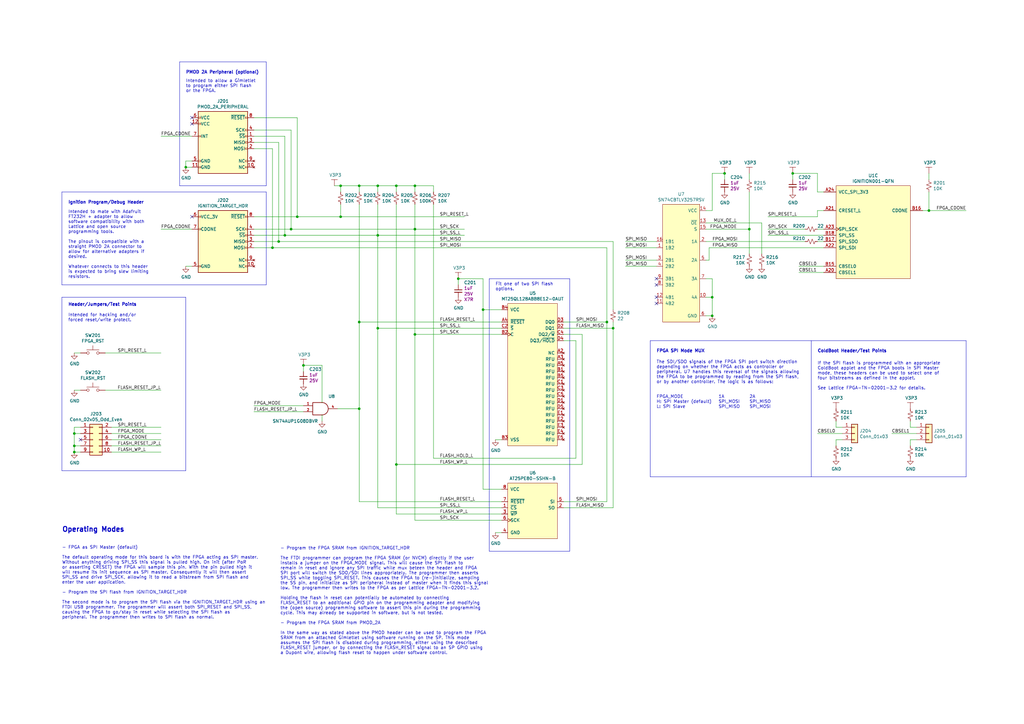
<source format=kicad_sch>
(kicad_sch (version 20230121) (generator eeschema)
  (paper "A3")
  (title_block (title "Programming & Configuration") (date "2021-07-21") (rev "2"))
  (lib_symbols
    (symbol "Ignition:AT25PE80-SSHN-B" (pin_names (offset 1.016))
      (property "Reference" "U" (at 0 12.7 0))
      (property "Value" "AT25PE80-SSHN-B" (at 0 -15.24 0))
      (symbol "AT25PE80-SSHN-B_1_1"
        (pin input line (at -12.7 0 0) (length 2.54) (name "~{CS}") (number "1"))
        (pin output line (at 12.7 0 180) (length 2.54) (name "SO") (number "2"))
        (pin input line (at -12.7 -2.54 0) (length 2.54) (name "~{WP}") (number "3"))
        (pin power_in line (at -12.7 -10.16 0) (length 2.54) (name "GND") (number "4"))
        (pin input line (at 12.7 2.54 180) (length 2.54) (name "SI") (number "5"))
        (pin input clock (at -12.7 -5.08 0) (length 2.54) (name "SCK") (number "6"))
        (pin input line (at -12.7 2.54 0) (length 2.54) (name "~{RESET}") (number "7"))
        (pin power_in line (at -12.7 7.62 0) (length 2.54) (name "VCC") (number "8"))
      )
    )
    (symbol "Ignition:GCM188R71E105KA64D" (pin_numbers hide) (pin_names (offset 0.254) hide)
      (property "Reference" "C" (at 0.254 1.778 0))
      (property "Capacitance" "1uF" (at 0 -5.08 0))
      (property "VDC" "25V" (at 0 0 0))
      (property "Coefficient" "X7R" (at 0 -7.62 0))
      (symbol "GCM188R71E105KA64D_1_1"
        (pin passive line (at 0 2.54 270) (length 2.032) (name "~") (number "1"))
        (pin passive line (at 0 -2.54 90) (length 2.032) (name "~") (number "2"))
      )
    )
    (symbol "Ignition:IGNITION001-QFN" (pin_names (offset 1.016))
      (property "Reference" "U" (at 0 40.64 0))
      (property "Value" "IGNITION001-QFN" (at 0 -38.1 0))
      (symbol "IGNITION001-QFN_1_1"
        (pin input line (at -20.32 17.78 0) (length 5.08) (name "AUX1_RX_P") (number "A10"))
        (pin output line (at 20.32 7.62 180) (length 5.08) (name "PWR_EN") (number "A13"))
        (pin output line (at 20.32 5.08 180) (length 5.08) (name "CMD1") (number "A14"))
        (pin output line (at 20.32 2.54 180) (length 5.08) (name "CMD2") (number "A16"))
        (pin output line (at 20.32 25.4 180) (length 5.08) (name "AUX0_TX_N") (number "A2"))
        (pin input line (at -20.32 -12.7 0) (length 5.08) (name "SYS_RST_L") (number "A25"))
        (pin input line (at -20.32 7.62 0) (length 5.08) (name "PWR_FLT0_L") (number "A26"))
        (pin input line (at -20.32 5.08 0) (length 5.08) (name "PWR_FLT1_L") (number "A27"))
        (pin input line (at -20.32 2.54 0) (length 5.08) (name "PWR_FLT2_L") (number "A31"))
        (pin input line (at -20.32 0 0) (length 5.08) (name "PWR_FLT3_L") (number "A32"))
        (pin input line (at -20.32 -2.54 0) (length 5.08) (name "PWR_FLT4_L") (number "A33"))
        (pin input line (at -20.32 -5.08 0) (length 5.08) (name "ROT_FLT_L") (number "A34"))
        (pin input line (at -20.32 -20.32 0) (length 5.08) (name "ID0") (number "A38"))
        (pin input line (at -20.32 -22.86 0) (length 5.08) (name "ID1") (number "A39"))
        (pin input line (at -20.32 25.4 0) (length 5.08) (name "AUX0_RX_N") (number "A4"))
        (pin input line (at -20.32 -25.4 0) (length 5.08) (name "ID2") (number "A40"))
        (pin input clock (at -20.32 35.56 0) (length 5.08) (name "CLK_50M") (number "A43"))
        (pin input line (at -20.32 -27.94 0) (length 5.08) (name "ID3") (number "A45"))
        (pin input line (at -20.32 -30.48 0) (length 5.08) (name "ID4") (number "A46"))
        (pin input line (at -20.32 -33.02 0) (length 5.08) (name "ID5") (number "A47"))
        (pin output line (at 20.32 15.24 180) (length 5.08) (name "AUX1_TX_N") (number "A8"))
        (pin output line (at 20.32 27.94 180) (length 5.08) (name "AUX0_TX_P") (number "B1"))
        (pin input line (at -20.32 27.94 0) (length 5.08) (name "AUX0_RX_P") (number "B3"))
        (pin output line (at 20.32 17.78 180) (length 5.08) (name "AUX1_TX_P") (number "B5"))
        (pin input line (at -20.32 15.24 0) (length 5.08) (name "AUX1_RX_N") (number "B8"))
      )
      (symbol "IGNITION001-QFN_2_1"
        (pin no_connect line (at 17.78 35.56 180) (length 2.54) hide (name "NC") (number "A1"))
        (pin no_connect line (at 17.78 25.4 180) (length 2.54) hide (name "NC") (number "A11"))
        (pin no_connect line (at 17.78 22.86 180) (length 2.54) hide (name "NC") (number "A12"))
        (pin power_in line (at -20.32 33.02 0) (length 5.08) (name "VCC_1V2") (number "A15"))
        (pin power_in line (at -20.32 7.62 0) (length 5.08) (name "VCCIO_2_3V3") (number "A17"))
        (pin power_in line (at -20.32 -27.94 0) (length 5.08) (name "GND") (number "A18"))
        (pin no_connect line (at 17.78 20.32 180) (length 2.54) hide (name "NC") (number "A19"))
        (pin power_in line (at -20.32 30.48 0) (length 5.08) (name "VCC_1V2") (number "A28"))
        (pin no_connect line (at 17.78 17.78 180) (length 2.54) hide (name "NC") (number "A29"))
        (pin no_connect line (at 17.78 33.02 180) (length 2.54) hide (name "NC") (number "A3"))
        (pin power_in line (at -20.32 -30.48 0) (length 5.08) (name "GND") (number "A30"))
        (pin no_connect line (at 17.78 15.24 180) (length 2.54) hide (name "NC") (number "A35"))
        (pin power_in line (at -20.32 -10.16 0) (length 5.08) (name "VPP_2V5") (number "A36"))
        (pin no_connect line (at -20.32 -17.78 0) (length 5.08) (name "VPP_FAST") (number "A37"))
        (pin no_connect line (at 17.78 12.7 180) (length 2.54) hide (name "NC") (number "A41"))
        (pin power_in line (at -20.32 12.7 0) (length 5.08) (name "VCCIO_0_3V3") (number "A42"))
        (pin no_connect line (at 17.78 10.16 180) (length 2.54) hide (name "NC") (number "A44"))
        (pin no_connect line (at 17.78 7.62 180) (length 2.54) hide (name "NC") (number "A48"))
        (pin no_connect line (at 17.78 30.48 180) (length 2.54) hide (name "NC") (number "A5"))
        (pin power_in line (at -20.32 -25.4 0) (length 5.08) (name "GND") (number "A6"))
        (pin power_in line (at -20.32 35.56 0) (length 5.08) (name "VCC_1V2") (number "A7"))
        (pin no_connect line (at 17.78 27.94 180) (length 2.54) hide (name "NC") (number "A9"))
        (pin no_connect line (at 17.78 -5.08 180) (length 2.54) hide (name "NC") (number "B10"))
        (pin no_connect line (at 17.78 -7.62 180) (length 2.54) hide (name "NC") (number "B11"))
        (pin no_connect line (at 17.78 -10.16 180) (length 2.54) hide (name "NC") (number "B12"))
        (pin no_connect line (at 17.78 -12.7 180) (length 2.54) hide (name "NC") (number "B13"))
        (pin no_connect line (at 17.78 -15.24 180) (length 2.54) hide (name "NC") (number "B14"))
        (pin no_connect line (at 17.78 -17.78 180) (length 2.54) hide (name "NC") (number "B19"))
        (pin no_connect line (at 17.78 5.08 180) (length 2.54) hide (name "NC") (number "B2"))
        (pin no_connect line (at 17.78 -20.32 180) (length 2.54) hide (name "NC") (number "B20"))
        (pin no_connect line (at 17.78 -22.86 180) (length 2.54) hide (name "NC") (number "B21"))
        (pin no_connect line (at 17.78 -25.4 180) (length 2.54) hide (name "NC") (number "B22"))
        (pin no_connect line (at 17.78 -27.94 180) (length 2.54) hide (name "NC") (number "B23"))
        (pin no_connect line (at 17.78 -30.48 180) (length 2.54) hide (name "NC") (number "B24"))
        (pin power_in line (at -20.32 10.16 0) (length 5.08) (name "VCCIO_1_3V3") (number "B25"))
        (pin no_connect line (at 17.78 -33.02 180) (length 2.54) hide (name "NC") (number "B26"))
        (pin no_connect line (at 17.78 -35.56 180) (length 2.54) hide (name "NC") (number "B27"))
        (pin power_in line (at -20.32 27.94 0) (length 5.08) (name "VCC_1V2") (number "B28"))
        (pin no_connect line (at 17.78 -38.1 180) (length 2.54) hide (name "NC") (number "B29"))
        (pin no_connect line (at 17.78 -40.64 180) (length 2.54) hide (name "NC") (number "B30"))
        (pin no_connect line (at 17.78 -43.18 180) (length 2.54) hide (name "NC") (number "B31"))
        (pin no_connect line (at 17.78 -45.72 180) (length 2.54) hide (name "NC") (number "B32"))
        (pin power_in line (at -20.32 -33.02 0) (length 5.08) (name "GND") (number "B33"))
        (pin no_connect line (at 17.78 -48.26 180) (length 2.54) hide (name "NC") (number "B34"))
        (pin no_connect line (at 17.78 -50.8 180) (length 2.54) hide (name "NC") (number "B35"))
        (pin no_connect line (at 17.78 -53.34 180) (length 2.54) hide (name "NC") (number "B36"))
        (pin no_connect line (at 17.78 2.54 180) (length 2.54) hide (name "NC") (number "B4"))
        (pin power_in line (at -20.32 -7.62 0) (length 5.08) (name "VCCIO_3_2V5") (number "B6"))
        (pin no_connect line (at 17.78 0 180) (length 2.54) hide (name "NC") (number "B7"))
        (pin no_connect line (at 17.78 -2.54 180) (length 2.54) hide (name "NC") (number "B9"))
        (pin power_in line (at -20.32 -22.86 0) (length 5.08) (name "PAD") (number "PAD"))
      )
      (symbol "IGNITION001-QFN_3_1"
        (pin input line (at -20.32 -15.24 0) (length 5.08) (name "CBSEL1") (number "A20"))
        (pin input line (at -20.32 10.16 0) (length 5.08) (name "CRESET_L") (number "A21"))
        (pin input line (at -20.32 -5.08 0) (length 5.08) (name "SPI_SDI") (number "A22"))
        (pin bidirectional clock (at -20.32 2.54 0) (length 5.08) (name "SPI_SCK") (number "A23"))
        (pin power_in line (at -20.32 17.78 0) (length 5.08) (name "VCC_SPI_3V3") (number "A24"))
        (pin input line (at -20.32 -12.7 0) (length 5.08) (name "CBSEL0") (number "B15"))
        (pin output line (at 20.32 10.16 180) (length 5.08) (name "CDONE") (number "B16"))
        (pin output line (at -20.32 -2.54 0) (length 5.08) (name "SPI_SDO") (number "B17"))
        (pin bidirectional line (at -20.32 0 0) (length 5.08) (name "SPI_SS") (number "B18"))
      )
    )
    (symbol "Ignition:IGNITION_TARGET_HDR" (pin_names (offset 1.016))
      (property "Reference" "J" (at 0 15.24 0))
      (property "Value" "IGNITION_TARGET_HDR" (at 0 -15.24 0))
      (symbol "IGNITION_TARGET_HDR_1_1"
        (pin passive line (at 12.7 2.54 180) (length 2.54) (name "~{SS}") (number "1"))
        (pin no_connect line (at 12.7 -10.16 180) (length 2.54) (name "NC") (number "10"))
        (pin passive line (at 12.7 -2.54 180) (length 2.54) (name "MOSI") (number "2"))
        (pin passive line (at 12.7 0 180) (length 2.54) (name "MISO") (number "3"))
        (pin passive line (at 12.7 5.08 180) (length 2.54) (name "SCK") (number "4"))
        (pin power_in line (at -12.7 -10.16 0) (length 2.54) (name "GND") (number "5"))
        (pin passive line (at -12.7 10.16 0) (length 2.54) (name "VCC_3V") (number "6"))
        (pin passive line (at -12.7 5.08 0) (length 2.54) (name "CDONE") (number "7"))
        (pin passive line (at 12.7 10.16 180) (length 2.54) (name "~{RESET}") (number "8"))
        (pin no_connect line (at 12.7 -7.62 180) (length 2.54) (name "NC") (number "9"))
      )
    )
    (symbol "Ignition:MT25QL128ABB8E12-0AUT" (pin_names (offset 1.016))
      (property "Reference" "U" (at 0 30.48 0))
      (property "Value" "MT25QL128ABB8E12-0AUT" (at 0 -33.02 0))
      (symbol "MT25QL128ABB8E12-0AUT_1_1"
        (pin no_connect line (at 12.7 7.62 180) (length 2.54) (name "NC") (number "A2"))
        (pin no_connect line (at 12.7 5.08 180) (length 2.54) (name "RFU") (number "A3"))
        (pin input line (at -12.7 20.32 0) (length 2.54) (name "~{RESET}") (number "A4"))
        (pin no_connect line (at 12.7 2.54 180) (length 2.54) (name "RFU") (number "A5"))
        (pin no_connect line (at 12.7 0 180) (length 2.54) (name "RFU") (number "B1"))
        (pin input clock (at -12.7 15.24 0) (length 2.54) (name "C") (number "B2"))
        (pin power_in line (at -12.7 -27.94 0) (length 2.54) (name "VSS") (number "B3"))
        (pin power_in line (at -12.7 25.4 0) (length 2.54) (name "VCC") (number "B4"))
        (pin no_connect line (at 12.7 -2.54 180) (length 2.54) (name "RFU") (number "B5"))
        (pin no_connect line (at 12.7 -5.08 180) (length 2.54) (name "RFU") (number "C1"))
        (pin input line (at -12.7 17.78 0) (length 2.54) (name "~{S}") (number "C2"))
        (pin no_connect line (at 12.7 -7.62 180) (length 2.54) (name "RFU") (number "C3"))
        (pin bidirectional line (at 12.7 15.24 180) (length 2.54) (name "DQ2/~{W}") (number "C4"))
        (pin no_connect line (at 12.7 -10.16 180) (length 2.54) (name "RFU") (number "C5"))
        (pin no_connect line (at 12.7 -12.7 180) (length 2.54) (name "RFU") (number "D1"))
        (pin bidirectional line (at 12.7 17.78 180) (length 2.54) (name "DQ1") (number "D2"))
        (pin bidirectional line (at 12.7 20.32 180) (length 2.54) (name "DQ0") (number "D3"))
        (pin bidirectional line (at 12.7 12.7 180) (length 2.54) (name "DQ3/~{HOLD}") (number "D4"))
        (pin no_connect line (at 12.7 -15.24 180) (length 2.54) (name "RFU") (number "D5"))
        (pin no_connect line (at 12.7 -17.78 180) (length 2.54) (name "RFU") (number "E1"))
        (pin no_connect line (at 12.7 -20.32 180) (length 2.54) (name "RFU") (number "E2"))
        (pin no_connect line (at 12.7 -22.86 180) (length 2.54) (name "RFU") (number "E3"))
        (pin no_connect line (at 12.7 -25.4 180) (length 2.54) (name "RFU") (number "E4"))
        (pin no_connect line (at 12.7 -27.94 180) (length 2.54) (name "RFU") (number "E5"))
      )
    )
    (symbol "Ignition:PMOD_2A_PERIPHERAL" (pin_names (offset 1.016))
      (property "Reference" "J" (at 0 15.24 0))
      (property "Value" "PMOD_2A_PERIPHERAL" (at 0 -15.24 0))
      (symbol "PMOD_2A_PERIPHERAL_1_1"
        (pin passive line (at 12.7 2.54 180) (length 2.54) (name "~{SS}") (number "1"))
        (pin no_connect line (at 12.7 -10.16 180) (length 2.54) (name "NC") (number "10"))
        (pin power_in line (at -12.7 -10.16 0) (length 2.54) (name "GND") (number "11"))
        (pin power_in line (at -12.7 7.62 0) (length 2.54) (name "VCC") (number "12"))
        (pin passive line (at 12.7 -2.54 180) (length 2.54) (name "MOSI") (number "2"))
        (pin passive line (at 12.7 0 180) (length 2.54) (name "MISO") (number "3"))
        (pin passive line (at 12.7 5.08 180) (length 2.54) (name "SCK") (number "4"))
        (pin power_in line (at -12.7 -7.62 0) (length 2.54) (name "GND") (number "5"))
        (pin power_in line (at -12.7 10.16 0) (length 2.54) (name "VCC") (number "6"))
        (pin passive line (at -12.7 2.54 0) (length 2.54) (name "INT") (number "7"))
        (pin passive line (at 12.7 10.16 180) (length 2.54) (name "~{RESET}") (number "8"))
        (pin no_connect line (at 12.7 -7.62 180) (length 2.54) (name "NC") (number "9"))
      )
    )
    (symbol "Ignition:SN74CBTLV3257RSV" (pin_names (offset 1.016))
      (property "Reference" "U" (at 0 27.94 0))
      (property "Value" "SN74CBTLV3257RSV" (at 0 -25.4 0))
      (symbol "SN74CBTLV3257RSV_1_1"
        (pin bidirectional line (at 10.16 7.62 180) (length 2.54) (name "1B2") (number "1"))
        (pin bidirectional line (at -10.16 -12.7 0) (length 2.54) (name "4A") (number "10"))
        (pin bidirectional line (at 10.16 -15.24 180) (length 2.54) (name "4B2") (number "11"))
        (pin bidirectional line (at 10.16 -12.7 180) (length 2.54) (name "4B1") (number "12"))
        (pin input line (at -10.16 17.78 0) (length 2.54) (name "~{OE}") (number "13"))
        (pin power_in line (at -10.16 22.86 0) (length 2.54) (name "VCC") (number "14"))
        (pin input line (at -10.16 15.24 0) (length 2.54) (name "S") (number "15"))
        (pin bidirectional line (at 10.16 10.16 180) (length 2.54) (name "1B1") (number "16"))
        (pin bidirectional line (at -10.16 10.16 0) (length 2.54) (name "1A") (number "2"))
        (pin bidirectional line (at 10.16 2.54 180) (length 2.54) (name "2B1") (number "3"))
        (pin bidirectional line (at 10.16 0 180) (length 2.54) (name "2B2") (number "4"))
        (pin bidirectional line (at -10.16 2.54 0) (length 2.54) (name "2A") (number "5"))
        (pin power_in line (at -10.16 -20.32 0) (length 2.54) (name "GND") (number "6"))
        (pin bidirectional line (at -10.16 -5.08 0) (length 2.54) (name "3A") (number "7"))
        (pin bidirectional line (at 10.16 -7.62 180) (length 2.54) (name "3B2") (number "8"))
        (pin bidirectional line (at 10.16 -5.08 180) (length 2.54) (name "3B1") (number "9"))
      )
    )
    (symbol "Ignition:V3P3" (power) (pin_names (offset 0))
      (property "Value" "V3P3" (at 0 3.556 0))
      (symbol "V3P3_1_1"
        (pin power_in line (at 0 0 90) (length 0) hide (name "V3P3") (number "1"))
      )
    )
    (symbol "ignitionlet-rescue:74AUP1G08-74xGxx" (pin_names (offset 1.016))
      (property "Reference" "U" (at -2.54 3.81 0))
      (property "Value" "74xGxx_74AUP1G08" (at 0 -3.81 0))
      (symbol "74AUP1G08-74xGxx_1_1"
        (pin input line (at -7.62 1.27 0) (length 3.81) (name "~") (number "1"))
        (pin input line (at -7.62 -1.27 0) (length 3.81) (name "~") (number "2"))
        (pin power_in line (at 0 -2.54 270) (length 0) hide (name "GND") (number "3"))
        (pin output line (at 6.35 0 180) (length 3.81) (name "~") (number "4"))
        (pin power_in line (at 0 2.54 90) (length 0) hide (name "VCC") (number "5"))
      )
    )
    (symbol "ignitionlet-rescue:Conn_01x03-Connector_Generic" (pin_names (offset 1.016) hide)
      (property "Reference" "J" (at 0 5.08 0))
      (property "Value" "Connector_Generic_Conn_01x03" (at 0 -5.08 0))
      (symbol "Conn_01x03-Connector_Generic_1_1"
        (pin passive line (at -5.08 2.54 0) (length 3.81) (name "Pin_1") (number "1"))
        (pin passive line (at -5.08 0 0) (length 3.81) (name "Pin_2") (number "2"))
        (pin passive line (at -5.08 -2.54 0) (length 3.81) (name "Pin_3") (number "3"))
      )
    )
    (symbol "ignitionlet-rescue:Conn_02x05_Odd_Even-Connector_Generic" (pin_names (offset 1.016) hide)
      (property "Reference" "J" (at 1.27 7.62 0))
      (property "Value" "Connector_Generic_Conn_02x05_Odd_Even" (at 1.27 -7.62 0))
      (symbol "Conn_02x05_Odd_Even-Connector_Generic_1_1"
        (pin passive line (at -5.08 5.08 0) (length 3.81) (name "Pin_1") (number "1"))
        (pin passive line (at 7.62 -5.08 180) (length 3.81) (name "Pin_10") (number "10"))
        (pin passive line (at 7.62 5.08 180) (length 3.81) (name "Pin_2") (number "2"))
        (pin passive line (at -5.08 2.54 0) (length 3.81) (name "Pin_3") (number "3"))
        (pin passive line (at 7.62 2.54 180) (length 3.81) (name "Pin_4") (number "4"))
        (pin passive line (at -5.08 0 0) (length 3.81) (name "Pin_5") (number "5"))
        (pin passive line (at 7.62 0 180) (length 3.81) (name "Pin_6") (number "6"))
        (pin passive line (at -5.08 -2.54 0) (length 3.81) (name "Pin_7") (number "7"))
        (pin passive line (at 7.62 -2.54 180) (length 3.81) (name "Pin_8") (number "8"))
        (pin passive line (at -5.08 -5.08 0) (length 3.81) (name "Pin_9") (number "9"))
      )
    )
    (symbol "ignitionlet-rescue:GND-power" (power) (pin_names (offset 0))
      (property "Value" "GND-power" (at 0 -3.81 0))
      (symbol "GND-power_1_1"
        (pin power_in line (at 0 0 270) (length 0) hide (name "GND") (number "1"))
      )
    )
    (symbol "ignitionlet-rescue:R_Small_US-Device" (pin_numbers hide) (pin_names (offset 0.254) hide)
      (property "Reference" "R" (at 0.762 0.508 0))
      (property "Value" "Device_R_Small_US" (at 0.762 -1.016 0))
      (symbol "R_Small_US-Device_1_1"
        (pin passive line (at 0 2.54 270) (length 1.016) (name "~") (number "1"))
        (pin passive line (at 0 -2.54 90) (length 1.016) (name "~") (number "2"))
      )
    )
    (symbol "ignitionlet-rescue:SW_Push-Switch" (pin_numbers hide) (pin_names (offset 1.016) hide)
      (property "Reference" "SW" (at 1.27 2.54 0))
      (property "Value" "Switch_SW_Push" (at 0 -1.524 0))
      (symbol "SW_Push-Switch_0_1"
        (pin passive line (at -5.08 0 0) (length 2.54) (name "1") (number "1"))
        (pin passive line (at 5.08 0 180) (length 2.54) (name "2") (number "2"))
      )
    )
  )
  (junction (at 170.18 76.2))
  (junction (at 119.38 93.98))
  (junction (at 116.84 96.52))
  (junction (at 187.96 114.3))
  (junction (at 154.94 134.62))
  (junction (at 307.34 93.98))
  (junction (at 114.3 99.06))
  (junction (at 111.76 101.6))
  (junction (at 147.32 167.64))
  (junction (at 292.1 129.54))
  (junction (at 154.94 96.52))
  (junction (at 162.56 76.2))
  (junction (at 139.7 76.2))
  (junction (at 147.32 132.08))
  (junction (at 251.46 134.62))
  (junction (at 248.92 132.08))
  (junction (at 198.12 127))
  (junction (at 297.18 71.12))
  (junction (at 139.7 88.9))
  (junction (at 162.56 190.5))
  (junction (at 292.1 121.92))
  (junction (at 170.18 137.16))
  (junction (at 121.92 88.9))
  (junction (at 30.48 185.42))
  (junction (at 170.18 93.98))
  (junction (at 124.46 149.86))
  (junction (at 76.2 68.58))
  (junction (at 147.32 76.2))
  (junction (at 381 86.36))
  (junction (at 325.12 71.12))
  (junction (at 30.48 182.88))
  (junction (at 154.94 76.2))
  (junction (at 30.48 177.8))
  (no_connect (at 78.74 48.26))
  (no_connect (at 78.74 50.8))
  (no_connect (at 269.24 124.46))
  (no_connect (at 269.24 114.3))
  (no_connect (at 78.74 88.9))
  (no_connect (at 269.24 121.92))
  (no_connect (at 269.24 116.84))
  (no_connect (at 33.02 180.34))
  (wire (pts (xy 170.18 78.74) (xy 170.18 76.2)))
  (wire (pts (xy 187.96 114.3) (xy 187.96 116.84)))
  (wire (pts (xy 45.72 182.88) (xy 66.04 182.88)))
  (wire (pts (xy 170.18 137.16) (xy 205.74 137.16)))
  (wire (pts (xy 33.02 177.8) (xy 30.48 177.8)))
  (wire (pts (xy 203.2 218.44) (xy 205.74 218.44)))
  (wire (pts (xy 312.42 91.44) (xy 312.42 104.14)))
  (wire (pts (xy 45.72 175.26) (xy 66.04 175.26)))
  (wire (pts (xy 154.94 76.2) (xy 162.56 76.2)))
  (wire (pts (xy 78.74 66.04) (xy 76.2 66.04)))
  (wire (pts (xy 231.14 132.08) (xy 248.92 132.08)))
  (polyline (pts (xy 76.2 193.04) (xy 76.2 121.92)))
  (wire (pts (xy 124.46 166.37) (xy 104.14 166.37)))
  (wire (pts (xy 30.48 175.26) (xy 30.48 177.8)))
  (wire (pts (xy 292.1 114.3) (xy 292.1 121.92)))
  (wire (pts (xy 307.34 93.98) (xy 307.34 104.14)))
  (polyline (pts (xy 233.68 114.3) (xy 200.66 114.3)))
  (wire (pts (xy 33.02 182.88) (xy 30.48 182.88)))
  (wire (pts (xy 198.12 114.3) (xy 198.12 127)))
  (wire (pts (xy 154.94 134.62) (xy 205.74 134.62)))
  (polyline (pts (xy 109.22 78.74) (xy 25.4 78.74)))
  (wire (pts (xy 139.7 76.2) (xy 139.7 78.74)))
  (wire (pts (xy 162.56 76.2) (xy 162.56 78.74)))
  (wire (pts (xy 231.14 208.28) (xy 251.46 208.28)))
  (wire (pts (xy 342.9 180.34) (xy 345.44 180.34)))
  (wire (pts (xy 154.94 96.52) (xy 190.5 96.52)))
  (wire (pts (xy 248.92 101.6) (xy 248.92 132.08)))
  (wire (pts (xy 292.1 86.36) (xy 289.56 86.36)))
  (wire (pts (xy 147.32 132.08) (xy 205.74 132.08)))
  (polyline (pts (xy 109.22 76.2) (xy 109.22 25.4)))
  (wire (pts (xy 373.38 180.34) (xy 375.92 180.34)))
  (wire (pts (xy 335.28 177.8) (xy 345.44 177.8)))
  (wire (pts (xy 104.14 101.6) (xy 111.76 101.6)))
  (wire (pts (xy 251.46 134.62) (xy 251.46 208.28)))
  (wire (pts (xy 177.8 83.82) (xy 177.8 187.96)))
  (wire (pts (xy 132.08 172.72) (xy 132.08 170.18)))
  (wire (pts (xy 104.14 168.91) (xy 124.46 168.91)))
  (wire (pts (xy 177.8 76.2) (xy 177.8 78.74)))
  (polyline (pts (xy 109.22 116.84) (xy 109.22 78.74)))
  (wire (pts (xy 33.02 175.26) (xy 30.48 175.26)))
  (wire (pts (xy 43.18 144.78) (xy 66.04 144.78)))
  (polyline (pts (xy 76.2 121.92) (xy 25.4 121.92)))
  (wire (pts (xy 325.12 71.12) (xy 325.12 73.66)))
  (wire (pts (xy 251.46 134.62) (xy 251.46 132.08)))
  (polyline (pts (xy 396.24 195.58) (xy 396.24 139.7)))
  (wire (pts (xy 205.74 180.34) (xy 203.2 180.34)))
  (wire (pts (xy 381 71.12) (xy 381 73.66)))
  (wire (pts (xy 236.22 139.7) (xy 231.14 139.7)))
  (wire (pts (xy 147.32 83.82) (xy 147.32 132.08)))
  (wire (pts (xy 292.1 121.92) (xy 292.1 129.54)))
  (wire (pts (xy 342.9 172.72) (xy 342.9 175.26)))
  (wire (pts (xy 66.04 55.88) (xy 78.74 55.88)))
  (wire (pts (xy 335.28 86.36) (xy 337.82 86.36)))
  (wire (pts (xy 162.56 210.82) (xy 205.74 210.82)))
  (polyline (pts (xy 25.4 78.74) (xy 25.4 116.84)))
  (wire (pts (xy 381 78.74) (xy 381 86.36)))
  (wire (pts (xy 45.72 177.8) (xy 66.04 177.8)))
  (wire (pts (xy 147.32 132.08) (xy 147.32 167.64)))
  (wire (pts (xy 154.94 96.52) (xy 154.94 134.62)))
  (wire (pts (xy 43.18 160.02) (xy 66.04 160.02)))
  (wire (pts (xy 119.38 93.98) (xy 170.18 93.98)))
  (wire (pts (xy 124.46 152.4) (xy 124.46 149.86)))
  (wire (pts (xy 137.16 76.2) (xy 139.7 76.2)))
  (wire (pts (xy 119.38 53.34) (xy 119.38 93.98)))
  (wire (pts (xy 289.56 91.44) (xy 312.42 91.44)))
  (wire (pts (xy 121.92 48.26) (xy 121.92 88.9)))
  (wire (pts (xy 33.02 144.78) (xy 30.48 144.78)))
  (wire (pts (xy 256.54 99.06) (xy 269.24 99.06)))
  (polyline (pts (xy 332.74 139.7) (xy 332.74 195.58)))
  (wire (pts (xy 45.72 185.42) (xy 66.04 185.42)))
  (wire (pts (xy 116.84 96.52) (xy 154.94 96.52)))
  (wire (pts (xy 307.34 78.74) (xy 307.34 93.98)))
  (wire (pts (xy 314.96 96.52) (xy 337.82 96.52)))
  (wire (pts (xy 342.9 180.34) (xy 342.9 182.88)))
  (polyline (pts (xy 266.7 139.7) (xy 396.24 139.7)))
  (wire (pts (xy 33.02 160.02) (xy 30.48 160.02)))
  (wire (pts (xy 121.92 88.9) (xy 139.7 88.9)))
  (wire (pts (xy 373.38 175.26) (xy 375.92 175.26)))
  (wire (pts (xy 78.74 68.58) (xy 76.2 68.58)))
  (wire (pts (xy 170.18 213.36) (xy 205.74 213.36)))
  (wire (pts (xy 292.1 71.12) (xy 297.18 71.12)))
  (wire (pts (xy 198.12 200.66) (xy 205.74 200.66)))
  (wire (pts (xy 335.28 93.98) (xy 337.82 93.98)))
  (wire (pts (xy 132.08 149.86) (xy 132.08 165.1)))
  (wire (pts (xy 269.24 106.68) (xy 256.54 106.68)))
  (wire (pts (xy 325.12 71.12) (xy 335.28 71.12)))
  (wire (pts (xy 381 86.36) (xy 396.24 86.36)))
  (wire (pts (xy 139.7 76.2) (xy 147.32 76.2)))
  (wire (pts (xy 307.34 71.12) (xy 307.34 73.66)))
  (wire (pts (xy 289.56 114.3) (xy 292.1 114.3)))
  (wire (pts (xy 170.18 93.98) (xy 170.18 137.16)))
  (wire (pts (xy 114.3 58.42) (xy 114.3 99.06)))
  (wire (pts (xy 30.48 182.88) (xy 30.48 185.42)))
  (wire (pts (xy 147.32 167.64) (xy 147.32 205.74)))
  (wire (pts (xy 290.83 101.6) (xy 337.82 101.6)))
  (wire (pts (xy 378.46 86.36) (xy 381 86.36)))
  (wire (pts (xy 104.14 88.9) (xy 121.92 88.9)))
  (polyline (pts (xy 73.66 25.4) (xy 73.66 76.2)))
  (wire (pts (xy 236.22 139.7) (xy 236.22 187.96)))
  (wire (pts (xy 177.8 187.96) (xy 236.22 187.96)))
  (wire (pts (xy 104.14 55.88) (xy 116.84 55.88)))
  (wire (pts (xy 373.38 180.34) (xy 373.38 182.88)))
  (wire (pts (xy 147.32 76.2) (xy 147.32 78.74)))
  (wire (pts (xy 251.46 99.06) (xy 251.46 127)))
  (wire (pts (xy 292.1 71.12) (xy 292.1 86.36)))
  (wire (pts (xy 314.96 93.98) (xy 330.2 93.98)))
  (wire (pts (xy 365.76 177.8) (xy 375.92 177.8)))
  (wire (pts (xy 335.28 88.9) (xy 335.28 86.36)))
  (wire (pts (xy 154.94 96.52) (xy 154.94 83.82)))
  (wire (pts (xy 289.56 99.06) (xy 330.2 99.06)))
  (polyline (pts (xy 73.66 76.2) (xy 109.22 76.2)))
  (polyline (pts (xy 200.66 226.06) (xy 233.68 226.06)))
  (wire (pts (xy 147.32 205.74) (xy 205.74 205.74)))
  (wire (pts (xy 154.94 76.2) (xy 154.94 78.74)))
  (wire (pts (xy 162.56 83.82) (xy 162.56 190.5)))
  (wire (pts (xy 162.56 76.2) (xy 170.18 76.2)))
  (wire (pts (xy 139.7 83.82) (xy 139.7 88.9)))
  (polyline (pts (xy 25.4 193.04) (xy 76.2 193.04)))
  (wire (pts (xy 327.66 109.22) (xy 337.82 109.22)))
  (wire (pts (xy 177.8 76.2) (xy 170.18 76.2)))
  (wire (pts (xy 170.18 137.16) (xy 170.18 213.36)))
  (wire (pts (xy 170.18 83.82) (xy 170.18 93.98)))
  (wire (pts (xy 147.32 76.2) (xy 154.94 76.2)))
  (wire (pts (xy 104.14 48.26) (xy 121.92 48.26)))
  (wire (pts (xy 373.38 172.72) (xy 373.38 175.26)))
  (wire (pts (xy 231.14 137.16) (xy 238.76 137.16)))
  (wire (pts (xy 335.28 78.74) (xy 337.82 78.74)))
  (wire (pts (xy 76.2 66.04) (xy 76.2 68.58)))
  (wire (pts (xy 269.24 101.6) (xy 256.54 101.6)))
  (wire (pts (xy 116.84 55.88) (xy 116.84 96.52)))
  (wire (pts (xy 104.14 99.06) (xy 114.3 99.06)))
  (wire (pts (xy 154.94 208.28) (xy 205.74 208.28)))
  (wire (pts (xy 45.72 180.34) (xy 66.04 180.34)))
  (wire (pts (xy 104.14 60.96) (xy 111.76 60.96)))
  (wire (pts (xy 290.83 101.6) (xy 290.83 106.68)))
  (wire (pts (xy 327.66 111.76) (xy 337.82 111.76)))
  (wire (pts (xy 78.74 109.22) (xy 76.2 109.22)))
  (wire (pts (xy 238.76 137.16) (xy 238.76 190.5)))
  (wire (pts (xy 170.18 93.98) (xy 190.5 93.98)))
  (wire (pts (xy 114.3 99.06) (xy 251.46 99.06)))
  (wire (pts (xy 289.56 121.92) (xy 292.1 121.92)))
  (wire (pts (xy 314.96 88.9) (xy 335.28 88.9)))
  (wire (pts (xy 78.74 93.98) (xy 66.04 93.98)))
  (wire (pts (xy 111.76 101.6) (xy 248.92 101.6)))
  (wire (pts (xy 289.56 129.54) (xy 292.1 129.54)))
  (polyline (pts (xy 25.4 121.92) (xy 25.4 193.04)))
  (wire (pts (xy 162.56 190.5) (xy 238.76 190.5)))
  (wire (pts (xy 132.08 149.86) (xy 124.46 149.86)))
  (wire (pts (xy 297.18 73.66) (xy 297.18 71.12)))
  (polyline (pts (xy 266.7 139.7) (xy 266.7 195.58)))
  (wire (pts (xy 162.56 190.5) (xy 162.56 210.82)))
  (polyline (pts (xy 25.4 116.84) (xy 109.22 116.84)))
  (wire (pts (xy 138.43 167.64) (xy 147.32 167.64)))
  (wire (pts (xy 139.7 88.9) (xy 190.5 88.9)))
  (wire (pts (xy 289.56 93.98) (xy 307.34 93.98)))
  (polyline (pts (xy 266.7 195.58) (xy 396.24 195.58)))
  (polyline (pts (xy 233.68 226.06) (xy 233.68 114.3)))
  (wire (pts (xy 187.96 114.3) (xy 198.12 114.3)))
  (polyline (pts (xy 109.22 25.4) (xy 73.66 25.4)))
  (wire (pts (xy 231.14 205.74) (xy 248.92 205.74)))
  (wire (pts (xy 248.92 205.74) (xy 248.92 132.08)))
  (wire (pts (xy 111.76 60.96) (xy 111.76 101.6)))
  (wire (pts (xy 335.28 78.74) (xy 335.28 71.12)))
  (wire (pts (xy 30.48 177.8) (xy 30.48 182.88)))
  (wire (pts (xy 198.12 127) (xy 205.74 127)))
  (polyline (pts (xy 200.66 114.3) (xy 200.66 226.06)))
  (wire (pts (xy 104.14 96.52) (xy 116.84 96.52)))
  (wire (pts (xy 342.9 175.26) (xy 345.44 175.26)))
  (wire (pts (xy 33.02 185.42) (xy 30.48 185.42)))
  (wire (pts (xy 335.28 99.06) (xy 337.82 99.06)))
  (wire (pts (xy 231.14 134.62) (xy 251.46 134.62)))
  (wire (pts (xy 104.14 93.98) (xy 119.38 93.98)))
  (wire (pts (xy 269.24 109.22) (xy 256.54 109.22)))
  (wire (pts (xy 154.94 134.62) (xy 154.94 208.28)))
  (wire (pts (xy 104.14 53.34) (xy 119.38 53.34)))
  (wire (pts (xy 290.83 106.68) (xy 289.56 106.68)))
  (wire (pts (xy 104.14 58.42) (xy 114.3 58.42)))
  (wire (pts (xy 198.12 127) (xy 198.12 200.66)))
  (text "Ignition Program/Debug Header" (at 27.94 83.82 0) (effects (font (size 1.27 1.27) (thickness 0.254) bold) (justify left bottom)))
  (text "The SDI/SDO signals of the FPGA SPI port switch direction\ndepending on whether the FPGA acts as controller or\nperipheral. U7 handles this reversal of the signals allowing\nthe FPGA to be programmed by reading from the SPI flash,\nor by another controller. The logic is as follows:" (at 269.24 157.48 0) (effects (font (size 1.27 1.27)) (justify left bottom)))
  (text "FPGA_MODE\nH: SPI Master (default)\nL: SPI Slave" (at 269.24 167.64 0) (effects (font (size 1.27 1.27)) (justify left bottom)))
  (text "Fit one of two SPI flash\noptions." (at 203.2 119.38 0) (effects (font (size 1.27 1.27)) (justify left bottom)))
  (text "Intended to allow a Gimletlet\nto program either SPI flash\nor the FPGA." (at 76.2 38.1 0) (effects (font (size 1.27 1.27)) (justify left bottom)))
  (text "Operating Modes" (at 25.4 218.44 0) (effects (font (size 2.0066 2.0066) (thickness 0.4013) bold) (justify left bottom)))
  (text "ColdBoot Header/Test Points" (at 335.28 144.78 0) (effects (font (size 1.27 1.27) (thickness 0.254) bold) (justify left bottom)))
  (text "Intended for hacking and/or\nforced reset/write protect." (at 27.94 132.08 0) (effects (font (size 1.27 1.27)) (justify left bottom)))
  (text "- Program the FPGA SRAM from IGNITION_TARGET_HDR\n\nThe FTDI programmer can program the FPGA SRAM (or NVCM) directly if the user\ninstalls a jumper on the FPGA_MODE signal. This will cause the SPI flash to\nremain in reset and ignore any SPI traffic while mux beteen the header and FPGA\nSPI port will switch the SDO/SDI lines appropriately. The programmer then asserts\nSPI_SS while toggling SPI_RESET. This causes the FPGA to (re-)initialize, sampling\nthe SS pin, and initialize as SPI peripheral instead of master when it finds this signal\nlow. The programmer then writes to the FPGA as per Lattice FPGA-TN-02001-3.2.\n\nHolding the flash in reset can potentially be automated by connecting\nFLASH_RESET to an additional GPIO pin on the programming adapter and modifying\nthe (open source) programming software to assert this pin during the programming\ncycle. This may already be supported in software, but is not tested.\n\n- Program the FPGA SRAM from PMOD_2A\n\nIn the same way as stated above the PMOD header can be used to program the FPGA\nSRAM from an attached Gimletlet using software running on the SP. This mode\nassumes the SPI flash is disabled during programming, either using the described\nFLASH_RESET jumper, or by connecting the FLASH_RESET signal to an SP GPIO using\na Dupont wire, allowing flash reset to happen under software control." (at 114.935 268.605 0) (effects (font (size 1.27 1.27)) (justify left bottom)))
  (text "Header/Jumpers/Test Points" (at 27.94 125.73 0) (effects (font (size 1.27 1.27) (thickness 0.254) bold) (justify left bottom)))
  (text "2A\nSPI_MISO\nSPI_MOSI\n" (at 307.34 167.64 0) (effects (font (size 1.27 1.27)) (justify left bottom)))
  (text "PMOD 2A Peripheral (optional)" (at 76.2 30.48 0) (effects (font (size 1.27 1.27) (thickness 0.254) bold) (justify left bottom)))
  (text "Intended to mate with Adafruit\nFT232H + adapter to allow\nsoftware compatibility with both\nLattice and open source\nprogramming tools.\n\nThe pinout is compatible with a\nstraight PMOD 2A connector to\nallow for alternative adapters if\ndesired.\n\nWhatever connects to this header\nis expected to bring slew limiting\nresistors." (at 27.94 114.3 0) (effects (font (size 1.27 1.27)) (justify left bottom)))
  (text "If the SPI flash is programmed with an appropriate\nColdBoot applet and the FPGA boots in SPI Master\nmode, these headers can be used to select one of\nfour bitstreams as defined in the applet.\n\nSee Lattice FPGA-TN-02001-3.2 for details." (at 335.28 160.02 0) (effects (font (size 1.27 1.27)) (justify left bottom)))
  (text "1A\nSPI_MOSI\nSPI_MISO\n" (at 294.64 167.64 0) (effects (font (size 1.27 1.27)) (justify left bottom)))
  (text "FPGA SPI Mode MUX" (at 269.24 144.78 0) (effects (font (size 1.27 1.27) (thickness 0.254) bold) (justify left bottom)))
  (text "- FPGA as SPI Master (default)\n\nThe default operating mode for this board is with the FPGA acting as SPI master.\nWithout anything driving SPI_SS this signal is pulled high. On init (after PoR\nor asserting CRESET) the FPGA will sample this pin. With the pin pulled high it\nwill resume its init sequence as SPI master. Consequently it will then assert\nSPI_SS and drive SPI_SCK, allowing it to read a bitstream from SPI flash and\nenter the user application.\n\n- Program the SPI flash from IGNITION_TARGET_HDR\n\nThe second mode is to program the SPI flash via the IGNITION_TARGET_HDR using an\nFTDI USB programmer. The programmer will assert both SPI_RESET and SPI_SS,\ncausing the FPGA to go/stay in reset while selecting the SPI flash as\nperipheral. The programmer then writes to SPI flash as normal." (at 25.4 254 0) (effects (font (size 1.27 1.27)) (justify left bottom)))
  (label "FPGA_MODE" (at 104.14 166.37 0))
  (label "FPGA_MOSI" (at 292.1 99.06 0))
  (label "SPI_MOSI" (at 236.22 205.74 0))
  (label "FLASH_WP_L" (at 180.34 210.82 0))
  (label "SPI_SCK" (at 314.96 93.98 0))
  (label "SPI_MISO" (at 180.34 99.06 0))
  (label "SPI_SS_L" (at 180.34 96.52 0))
  (label "SPI_MOSI" (at 256.54 101.6 0))
  (label "SPI_RESET_L" (at 48.26 175.26 0))
  (label "FLASH_MISO" (at 236.22 134.62 0))
  (label "FPGA_MODE" (at 302.26 93.98 180))
  (label "FLASH_RESET_L" (at 180.34 205.74 0))
  (label "SPI_SCK" (at 180.34 93.98 0))
  (label "FLASH_MISO" (at 236.22 208.28 0))
  (label "FLASH_RESET_L" (at 180.34 132.08 0))
  (label "CBSEL1" (at 327.66 111.76 0))
  (label "FPGA_CDONE" (at 66.04 55.88 0))
  (label "FLASH_RESET_JP_L" (at 48.26 182.88 0))
  (label "SPI_RESET_L" (at 48.26 144.78 0))
  (label "SPI_SCK" (at 180.34 137.16 0))
  (label "CBSEL0" (at 335.28 177.8 0))
  (label "SPI_MISO" (at 256.54 99.06 0))
  (label "FLASH_RESET_JP_L" (at 66.04 160.02 180))
  (label "FPGA_MODE" (at 48.26 177.8 0))
  (label "FPGA_CDONE" (at 66.04 93.98 0))
  (label "FLASH_WP_L" (at 48.26 185.42 0))
  (label "CBSEL1" (at 365.76 177.8 0))
  (label "SPI_SS_L" (at 180.34 134.62 0))
  (label "SPI_MOSI" (at 236.22 132.08 0))
  (label "FPGA_MISO" (at 292.1 101.6 0))
  (label "SPI_MISO" (at 256.54 109.22 0))
  (label "FPGA_CDONE" (at 396.24 86.36 180))
  (label "SPI_SS_L" (at 180.34 208.28 0))
  (label "FLASH_RESET_JP_L" (at 104.14 168.91 0))
  (label "SPI_SCK" (at 180.34 213.36 0))
  (label "SPI_RESET_L" (at 180.34 88.9 0))
  (label "SPI_MOSI" (at 180.34 101.6 0))
  (label "FLASH_HOLD_L" (at 180.34 187.96 0))
  (label "CBSEL0" (at 327.66 109.22 0))
  (label "MUX_OE_L" (at 302.26 91.44 180))
  (label "FPGA_CDONE" (at 48.26 180.34 0))
  (label "SPI_MOSI" (at 256.54 106.68 0))
  (label "SPI_RESET_L" (at 314.96 88.9 0))
  (label "SPI_SS_L" (at 314.96 96.52 0))
  (label "FLASH_WP_L" (at 180.34 190.5 0))
  (symbol (lib_id "Ignition:IGNITION_TARGET_HDR") (at 91.44 99.06 0) (unit 1)
    (property "Reference" "J202" (at 91.44 82.1182 0))
    (property "Value" "IGNITION_TARGET_HDR" (at 91.44 84.4296 0))
    (property "Footprint" "samtec-tfc:TFC-105-02-F-D-A-K" (effects hide))
    (property "Datasheet" "https://www.samtec.com/products/tfc-105-02-f-d-a-k" (effects hide))
  )
  (symbol (lib_id "ignitionlet-rescue:SW_Push-Switch") (at 38.1 144.78 0) (unit 1)
    (property "Reference" "SW201" (at 38.1 137.541 0))
    (property "Value" "FPGA_RST" (at 38.1 139.8524 0))
    (property "Footprint" "c-and-k-pts851:PTS815" (effects hide))
    (instances (project "ignitionlet" (path "" (reference "SW201") (unit 1)) (path "" (reference "SW?") (unit 1))))
  )
  (symbol (lib_id "Ignition:SN74CBTLV3257RSV") (at 279.4 109.22 0) (mirror y) (unit 1)
    (property "Reference" "U7" (at 279.4 79.629 0))
    (property "Value" "SN74CBTLV3257RSV" (at 279.4 81.9404 0))
    (property "Footprint" "Package_DFN_QFN_0x:Texas_RSV_S-UQFN-16_2.4x1.6mm" (effects hide))
    (property "Datasheet" "https://www.ti.com/lit/ds/symlink/sn74cbtlv3257.pdf" (effects hide))
  )
  (symbol (lib_id "ignitionlet-rescue:R_Small_US-Device") (at 307.34 106.68 180) (unit 1)
    (property "Reference" "R217" (at 305.6382 105.5116 0) (effects (justify left)))
    (property "Value" "10K" (at 305.6382 107.823 0) (effects (justify left)))
    (property "Footprint" "Resistor_SMD:R_0603_1608Metric" (effects hide))
    (property "Tolerance" "1%" (effects hide))
    (instances (project "ignitionlet" (path "" (reference "R217") (unit 1)) (path "" (reference "R?") (unit 1))))
  )
  (symbol (lib_id "ignitionlet-rescue:GND-power") (at 307.34 109.22 0) (unit 1)
    (property "Reference" "#PWR0101" (effects hide))
    (property "Value" "GND" (at 307.467 113.6142 0))
  )
  (symbol (lib_id "Ignition:GCM188R71E105KA64D") (at 297.18 76.2 0) (unit 1)
    (property "Reference" "C204" (at 299.5168 72.7202 0) (effects (justify left)))
    (property "Value" "GCM188R71E105KA64D" (effects hide))
    (property "Footprint" "Capacitor_SMD:C_0603_1608Metric" (effects hide))
    (property "Capacitance" "1uF" (at 299.5168 75.0316 0) (effects (justify left)))
    (property "VDC" "25V" (at 299.5168 77.343 0) (effects (justify left)))
    (property "Coefficient" "X7R" (effects hide))
    (property "Package" "0603" (effects hide))
  )
  (symbol (lib_id "ignitionlet-rescue:GND-power") (at 312.42 109.22 0) (unit 1)
    (property "Reference" "#PWR0212" (effects hide))
    (property "Value" "GND" (at 312.547 113.6142 0))
  )
  (symbol (lib_id "Ignition:V3P3") (at 297.18 71.12 0) (unit 1)
    (property "Reference" "#PWR0209" (effects hide))
    (property "Value" "V3P3" (at 297.561 66.7258 0))
    (instances (project "ignitionlet" (path "" (reference "#PWR0209") (unit 1)) (path "" (reference "#PWR?") (unit 1))))
  )
  (symbol (lib_id "ignitionlet-rescue:GND-power") (at 292.1 129.54 0) (unit 1)
    (property "Reference" "#PWR0208" (effects hide))
    (property "Value" "GND" (at 292.227 133.9342 0))
  )
  (symbol (lib_id "ignitionlet-rescue:R_Small_US-Device") (at 307.34 76.2 180) (unit 1)
    (property "Reference" "R215" (at 309.0672 75.0316 0) (effects (justify right)))
    (property "Value" "10K" (at 309.0672 77.343 0) (effects (justify right)))
    (property "Footprint" "Resistor_SMD:R_0603_1608Metric" (effects hide))
    (property "Tolerance" "1%" (effects hide))
    (instances (project "ignitionlet" (path "" (reference "R215") (unit 1)) (path "" (reference "R?") (unit 1))))
  )
  (symbol (lib_id "ignitionlet-rescue:R_Small_US-Device") (at 312.42 106.68 180) (unit 1)
    (property "Reference" "R216" (at 314.1472 105.5116 0) (effects (justify right)))
    (property "Value" "10K" (at 314.1472 107.823 0) (effects (justify right)))
    (property "Footprint" "Resistor_SMD:R_0603_1608Metric" (effects hide))
    (property "Tolerance" "1%" (effects hide))
    (instances (project "ignitionlet" (path "" (reference "R216") (unit 1)) (path "" (reference "R?") (unit 1))))
  )
  (symbol (lib_id "ignitionlet-rescue:GND-power") (at 297.18 78.74 0) (unit 1)
    (property "Reference" "#PWR0210" (effects hide))
    (property "Value" "GND" (at 297.307 83.1342 0))
  )
  (symbol (lib_id "ignitionlet-rescue:R_Small_US-Device") (at 139.7 81.28 180) (unit 1)
    (property "Reference" "R202" (at 141.4272 80.1116 0) (effects (justify right)))
    (property "Value" "10K" (at 141.4272 82.423 0) (effects (justify right)))
    (property "Footprint" "Resistor_SMD:R_0603_1608Metric" (effects hide))
    (property "Tolerance" "1%" (effects hide))
    (instances (project "ignitionlet" (path "" (reference "R202") (unit 1)) (path "" (reference "R?") (unit 1))))
  )
  (symbol (lib_id "Ignition:V3P3") (at 187.96 114.3 0) (unit 1)
    (property "Reference" "#PWR0201" (effects hide))
    (property "Value" "V3P3" (at 188.341 109.9058 0))
    (instances (project "ignitionlet" (path "" (reference "#PWR0201") (unit 1)) (path "" (reference "#PWR?") (unit 1))))
  )
  (symbol (lib_id "Ignition:V3P3") (at 325.12 71.12 0) (unit 1)
    (property "Reference" "#PWR0202" (effects hide))
    (property "Value" "V3P3" (at 325.501 66.7258 0))
    (instances (project "ignitionlet" (path "" (reference "#PWR0202") (unit 1)) (path "" (reference "#PWR?") (unit 1))))
  )
  (symbol (lib_id "Ignition:V3P3") (at 307.34 71.12 0) (unit 1)
    (property "Reference" "#PWR0211" (effects hide))
    (property "Value" "V3P3" (at 307.721 66.7258 0))
    (instances (project "ignitionlet" (path "" (reference "#PWR0211") (unit 1)) (path "" (reference "#PWR?") (unit 1))))
  )
  (symbol (lib_id "ignitionlet-rescue:Conn_02x05_Odd_Even-Connector_Generic") (at 38.1 180.34 0) (unit 1)
    (property "Reference" "J203" (at 39.37 169.7482 0))
    (property "Value" "Conn_02x05_Odd_Even" (at 39.37 172.0596 0))
    (property "Footprint" "Connector_PinHeader_2.54mm:PinHeader_2x05_P2.54mm_Vertical" (effects hide))
  )
  (symbol (lib_id "ignitionlet-rescue:GND-power") (at 132.08 172.72 0) (unit 1)
    (property "Reference" "#PWR0207" (effects hide))
    (property "Value" "GND" (at 132.207 177.1142 0))
  )
  (symbol (lib_id "ignitionlet-rescue:74AUP1G08-74xGxx") (at 132.08 167.64 0) (unit 1)
    (property "Reference" "U8" (at 134.62 162.56 0) (effects (justify left)))
    (property "Value" "SN74AUP1G08DBVR" (at 111.76 172.72 0) (effects (justify left)))
    (property "Footprint" "Package_TO_SOT_SMD:SOT-23-5" (effects hide))
    (property "Datasheet" "https://www.ti.com/lit/ds/symlink/sn74aup1g08.pdf" (effects hide))
  )
  (symbol (lib_id "Ignition:V3P3") (at 124.46 149.86 0) (unit 1)
    (property "Reference" "#PWR0205" (effects hide))
    (property "Value" "V3P3" (at 124.841 145.4658 0))
    (instances (project "ignitionlet" (path "" (reference "#PWR0205") (unit 1)) (path "" (reference "#PWR?") (unit 1))))
  )
  (symbol (lib_id "Ignition:GCM188R71E105KA64D") (at 124.46 154.94 0) (unit 1)
    (property "Reference" "C203" (at 126.7968 151.4602 0) (effects (justify left)))
    (property "Value" "GCM188R71E105KA64D" (effects hide))
    (property "Footprint" "Capacitor_SMD:C_0603_1608Metric" (effects hide))
    (property "Capacitance" "1uF" (at 126.7968 153.7716 0) (effects (justify left)))
    (property "VDC" "25V" (at 126.7968 156.083 0) (effects (justify left)))
    (property "Coefficient" "X7R" (effects hide))
    (property "Package" "0603" (effects hide))
  )
  (symbol (lib_id "ignitionlet-rescue:GND-power") (at 124.46 157.48 0) (unit 1)
    (property "Reference" "#PWR0206" (effects hide))
    (property "Value" "GND" (at 124.587 161.8742 0))
  )
  (symbol (lib_id "ignitionlet-rescue:GND-power") (at 30.48 144.78 0) (unit 1)
    (property "Reference" "#PWR0203" (effects hide))
    (property "Value" "GND" (at 30.607 149.1742 0))
  )
  (symbol (lib_id "Ignition:IGNITION001-QFN") (at 358.14 96.52 0) (unit 3)
    (property "Reference" "U1" (at 358.14 72.009 0))
    (property "Value" "IGNITION001-QFN" (at 358.14 74.3204 0))
    (property "Datasheet" "https://rfd.shared.oxide.computer/rfd/0142" (effects hide))
    (instances (project "ignitionlet" (path "" (reference "U1") (unit 3)) (path "" (reference "U?") (unit 3))))
  )
  (symbol (lib_id "ignitionlet-rescue:GND-power") (at 30.48 160.02 0) (unit 1)
    (property "Reference" "#PWR0204" (effects hide))
    (property "Value" "GND" (at 30.607 164.4142 0))
  )
  (symbol (lib_id "ignitionlet-rescue:SW_Push-Switch") (at 38.1 160.02 0) (unit 1)
    (property "Reference" "SW202" (at 38.1 152.781 0))
    (property "Value" "FLASH_RST" (at 38.1 155.0924 0))
    (property "Footprint" "c-and-k-pts851:PTS815" (effects hide))
    (instances (project "ignitionlet" (path "" (reference "SW202") (unit 1)) (path "" (reference "SW?") (unit 1))))
  )
  (symbol (lib_id "Ignition:MT25QL128ABB8E12-0AUT") (at 218.44 152.4 0) (unit 1)
    (property "Reference" "U5" (at 218.44 120.269 0))
    (property "Value" "MT25QL128ABB8E12-0AUT" (at 218.44 122.5804 0))
    (property "Footprint" "Package_BGA_0x:T-PBGA-24_6x8mm_Layout5x5_P1.0mm" (effects hide))
    (property "Datasheet" "https://www.mouser.com/datasheet/2/671/mict_s_a0006161798_1-2291050.pdf" (effects hide))
  )
  (symbol (lib_id "Ignition:AT25PE80-SSHN-B") (at 218.44 208.28 0) (unit 1)
    (property "Reference" "U6" (at 218.44 193.929 0))
    (property "Value" "AT25PE80-SSHN-B" (at 218.44 196.2404 0))
    (property "Footprint" "Package_SO:SOIC-8_3.9x4.9mm_P1.27mm" (effects hide))
  )
  (symbol (lib_id "ignitionlet-rescue:GND-power") (at 203.2 218.44 0) (unit 1)
    (property "Reference" "#PWR0154" (effects hide))
    (property "Value" "GND" (at 203.327 222.8342 0))
  )
  (symbol (lib_id "ignitionlet-rescue:GND-power") (at 76.2 109.22 0) (unit 1)
    (property "Reference" "#PWR0149" (effects hide))
    (property "Value" "GND" (at 76.327 113.6142 0))
  )
  (symbol (lib_id "ignitionlet-rescue:R_Small_US-Device") (at 177.8 81.28 180) (unit 1)
    (property "Reference" "R207" (at 179.5272 80.1116 0) (effects (justify right)))
    (property "Value" "10K" (at 179.5272 82.423 0) (effects (justify right)))
    (property "Footprint" "Resistor_SMD:R_0603_1608Metric" (effects hide))
    (property "Tolerance" "1%" (effects hide))
    (instances (project "ignitionlet" (path "" (reference "R207") (unit 1)) (path "" (reference "R?") (unit 1))))
  )
  (symbol (lib_id "Ignition:GCM188R71E105KA64D") (at 187.96 119.38 0) (unit 1)
    (property "Reference" "C201" (at 190.2968 115.9002 0) (effects (justify left)))
    (property "Value" "GCM188R71E105KA64D" (effects hide))
    (property "Footprint" "Capacitor_SMD:C_0603_1608Metric" (effects hide))
    (property "Capacitance" "1uF" (at 190.2968 118.2116 0) (effects (justify left)))
    (property "VDC" "25V" (at 190.2968 120.523 0) (effects (justify left)))
    (property "Coefficient" "X7R" (at 190.2968 122.8344 0) (effects (justify left)))
    (property "Package" "0603" (effects hide))
  )
  (symbol (lib_id "ignitionlet-rescue:R_Small_US-Device") (at 154.94 81.28 180) (unit 1)
    (property "Reference" "R204" (at 156.6672 80.1116 0) (effects (justify right)))
    (property "Value" "10K" (at 156.6672 82.423 0) (effects (justify right)))
    (property "Footprint" "Resistor_SMD:R_0603_1608Metric" (effects hide))
    (property "Tolerance" "1%" (effects hide))
    (instances (project "ignitionlet" (path "" (reference "R204") (unit 1)) (path "" (reference "R?") (unit 1))))
  )
  (symbol (lib_id "ignitionlet-rescue:R_Small_US-Device") (at 147.32 81.28 180) (unit 1)
    (property "Reference" "R203" (at 149.0472 80.1116 0) (effects (justify right)))
    (property "Value" "10K" (at 149.0472 82.423 0) (effects (justify right)))
    (property "Footprint" "Resistor_SMD:R_0603_1608Metric" (effects hide))
    (property "Tolerance" "1%" (effects hide))
    (instances (project "ignitionlet" (path "" (reference "R203") (unit 1)) (path "" (reference "R?") (unit 1))))
  )
  (symbol (lib_id "ignitionlet-rescue:GND-power") (at 187.96 121.92 0) (unit 1)
    (property "Reference" "#PWR0150" (effects hide))
    (property "Value" "GND" (at 188.087 126.3142 0))
  )
  (symbol (lib_id "ignitionlet-rescue:R_Small_US-Device") (at 162.56 81.28 180) (unit 1)
    (property "Reference" "R205" (at 164.2872 80.1116 0) (effects (justify right)))
    (property "Value" "10K" (at 164.2872 82.423 0) (effects (justify right)))
    (property "Footprint" "Resistor_SMD:R_0603_1608Metric" (effects hide))
    (property "Tolerance" "1%" (effects hide))
    (instances (project "ignitionlet" (path "" (reference "R205") (unit 1)) (path "" (reference "R?") (unit 1))))
  )
  (symbol (lib_id "ignitionlet-rescue:GND-power") (at 203.2 180.34 0) (unit 1)
    (property "Reference" "#PWR0153" (effects hide))
    (property "Value" "GND" (at 203.327 184.7342 0))
  )
  (symbol (lib_id "ignitionlet-rescue:GND-power") (at 30.48 185.42 0) (unit 1)
    (property "Reference" "#PWR0152" (effects hide))
    (property "Value" "GND" (at 30.607 189.8142 0))
  )
  (symbol (lib_id "Ignition:GCM188R71E105KA64D") (at 325.12 76.2 0) (unit 1)
    (property "Reference" "C202" (at 327.4568 72.7202 0) (effects (justify left)))
    (property "Value" "GCM188R71E105KA64D" (effects hide))
    (property "Footprint" "Capacitor_SMD:C_0603_1608Metric" (effects hide))
    (property "Capacitance" "1uF" (at 327.4568 75.0316 0) (effects (justify left)))
    (property "VDC" "25V" (at 327.4568 77.343 0) (effects (justify left)))
    (property "Coefficient" "X7R" (effects hide))
    (property "Package" "0603" (effects hide))
  )
  (symbol (lib_id "ignitionlet-rescue:GND-power") (at 325.12 78.74 0) (unit 1)
    (property "Reference" "#PWR0151" (effects hide))
    (property "Value" "GND" (at 325.247 83.1342 0))
  )
  (symbol (lib_id "Ignition:PMOD_2A_PERIPHERAL") (at 91.44 58.42 0) (unit 1)
    (property "Reference" "J201" (at 91.44 41.4782 0))
    (property "Value" "PMOD_2A_PERIPHERAL" (at 91.44 43.7896 0))
    (property "Footprint" "pmod:PMOD_12pin_peripheral_horizontal" (effects hide))
    (property "Datasheet" "https://www.digilentinc.com/Pmods/Digilent-Pmod_%20Interface_Specification.pdf" (effects hide))
  )
  (symbol (lib_id "ignitionlet-rescue:GND-power") (at 76.2 68.58 0) (unit 1)
    (property "Reference" "#PWR0155" (effects hide))
    (property "Value" "GND" (at 76.327 72.9742 0))
  )
  (symbol (lib_id "ignitionlet-rescue:R_Small_US-Device") (at 381 76.2 180) (unit 1)
    (property "Reference" "R201" (at 382.7272 75.0316 0) (effects (justify right)))
    (property "Value" "10K" (at 382.7272 77.343 0) (effects (justify right)))
    (property "Footprint" "Resistor_SMD:R_0603_1608Metric" (effects hide))
    (property "Tolerance" "1%" (effects hide))
    (instances (project "ignitionlet" (path "" (reference "R201") (unit 1)) (path "" (reference "R?") (unit 1))))
  )
  (symbol (lib_id "Ignition:V3P3") (at 137.16 76.2 0) (unit 1)
    (property "Reference" "#PWR0156" (effects hide))
    (property "Value" "V3P3" (at 137.541 71.8058 0))
    (instances (project "ignitionlet" (path "" (reference "#PWR0156") (unit 1)) (path "" (reference "#PWR?") (unit 1))))
  )
  (symbol (lib_id "Ignition:V3P3") (at 381 71.12 0) (unit 1)
    (property "Reference" "#PWR0157" (effects hide))
    (property "Value" "V3P3" (at 381.381 66.7258 0))
    (instances (project "ignitionlet" (path "" (reference "#PWR0157") (unit 1)) (path "" (reference "#PWR?") (unit 1))))
  )
  (symbol (lib_id "ignitionlet-rescue:R_Small_US-Device") (at 332.74 93.98 270) (unit 1)
    (property "Reference" "R209" (at 327.66 92.71 90))
    (property "Value" "22" (at 336.55 92.71 90))
    (property "Footprint" "Resistor_SMD:R_0603_1608Metric" (effects hide))
    (property "Tolerance" "1%" (effects hide))
    (instances (project "ignitionlet" (path "" (reference "R209") (unit 1)) (path "" (reference "R?") (unit 1))))
  )
  (symbol (lib_id "ignitionlet-rescue:R_Small_US-Device") (at 332.74 99.06 270) (unit 1)
    (property "Reference" "R210" (at 327.66 97.79 90))
    (property "Value" "22" (at 336.55 97.79 90))
    (property "Footprint" "Resistor_SMD:R_0603_1608Metric" (effects hide))
    (property "Tolerance" "1%" (effects hide))
    (instances (project "ignitionlet" (path "" (reference "R210") (unit 1)) (path "" (reference "R?") (unit 1))))
  )
  (symbol (lib_id "ignitionlet-rescue:R_Small_US-Device") (at 251.46 129.54 180) (unit 1)
    (property "Reference" "R208" (at 253.1872 128.3716 0) (effects (justify right)))
    (property "Value" "22" (at 253.1872 130.683 0) (effects (justify right)))
    (property "Footprint" "Resistor_SMD:R_0603_1608Metric" (effects hide))
    (property "Tolerance" "1%" (effects hide))
    (instances (project "ignitionlet" (path "" (reference "R208") (unit 1)) (path "" (reference "R?") (unit 1))))
  )
  (symbol (lib_id "ignitionlet-rescue:R_Small_US-Device") (at 170.18 81.28 180) (unit 1)
    (property "Reference" "R206" (at 171.9072 80.1116 0) (effects (justify right)))
    (property "Value" "100K" (at 171.9072 82.423 0) (effects (justify right)))
    (property "Footprint" "Resistor_SMD:R_0603_1608Metric" (effects hide))
    (property "Tolerance" "1%" (effects hide))
    (instances (project "ignitionlet" (path "" (reference "R206") (unit 1)) (path "" (reference "R?") (unit 1))))
  )
  (symbol (lib_id "ignitionlet-rescue:Conn_01x03-Connector_Generic") (at 350.52 177.8 0) (unit 1)
    (property "Reference" "J204" (at 352.552 176.7332 0) (effects (justify left)))
    (property "Value" "Conn_01x03" (at 352.552 179.0446 0) (effects (justify left)))
    (property "Footprint" "Connector_PinHeader_2.54mm:PinHeader_1x03_P2.54mm_Vertical" (effects hide))
  )
  (symbol (lib_id "ignitionlet-rescue:GND-power") (at 342.9 187.96 0) (unit 1)
    (property "Reference" "#PWR0158" (effects hide))
    (property "Value" "GND" (at 343.027 192.3542 0))
  )
  (symbol (lib_id "ignitionlet-rescue:R_Small_US-Device") (at 342.9 185.42 180) (unit 1)
    (property "Reference" "R212" (at 344.6272 184.2516 0) (effects (justify right)))
    (property "Value" "10K" (at 344.6272 186.563 0) (effects (justify right)))
    (property "Footprint" "Resistor_SMD:R_0603_1608Metric" (effects hide))
    (property "Tolerance" "1%" (effects hide))
    (instances (project "ignitionlet" (path "" (reference "R212") (unit 1)) (path "" (reference "R?") (unit 1))))
  )
  (symbol (lib_id "ignitionlet-rescue:R_Small_US-Device") (at 342.9 170.18 180) (unit 1)
    (property "Reference" "R211" (at 344.6272 169.0116 0) (effects (justify right)))
    (property "Value" "10K" (at 344.6272 171.323 0) (effects (justify right)))
    (property "Footprint" "Resistor_SMD:R_0603_1608Metric" (effects hide))
    (property "Tolerance" "1%" (effects hide))
    (instances (project "ignitionlet" (path "" (reference "R211") (unit 1)) (path "" (reference "R?") (unit 1))))
  )
  (symbol (lib_id "Ignition:V3P3") (at 342.9 167.64 0) (unit 1)
    (property "Reference" "#PWR0159" (effects hide))
    (property "Value" "V3P3" (at 343.281 163.2458 0))
    (instances (project "ignitionlet" (path "" (reference "#PWR0159") (unit 1)) (path "" (reference "#PWR?") (unit 1))))
  )
  (symbol (lib_id "ignitionlet-rescue:Conn_01x03-Connector_Generic") (at 381 177.8 0) (unit 1)
    (property "Reference" "J205" (at 383.032 176.7332 0) (effects (justify left)))
    (property "Value" "Conn_01x03" (at 383.032 179.0446 0) (effects (justify left)))
    (property "Footprint" "Connector_PinHeader_2.54mm:PinHeader_1x03_P2.54mm_Vertical" (effects hide))
  )
  (symbol (lib_id "ignitionlet-rescue:GND-power") (at 373.38 187.96 0) (unit 1)
    (property "Reference" "#PWR0160" (effects hide))
    (property "Value" "GND" (at 373.507 192.3542 0))
  )
  (symbol (lib_id "ignitionlet-rescue:R_Small_US-Device") (at 373.38 185.42 180) (unit 1)
    (property "Reference" "R214" (at 375.1072 184.2516 0) (effects (justify right)))
    (property "Value" "10K" (at 375.1072 186.563 0) (effects (justify right)))
    (property "Footprint" "Resistor_SMD:R_0603_1608Metric" (effects hide))
    (property "Tolerance" "1%" (effects hide))
    (instances (project "ignitionlet" (path "" (reference "R214") (unit 1)) (path "" (reference "R?") (unit 1))))
  )
  (symbol (lib_id "ignitionlet-rescue:R_Small_US-Device") (at 373.38 170.18 180) (unit 1)
    (property "Reference" "R213" (at 375.1072 169.0116 0) (effects (justify right)))
    (property "Value" "10K" (at 375.1072 171.323 0) (effects (justify right)))
    (property "Footprint" "Resistor_SMD:R_0603_1608Metric" (effects hide))
    (property "Tolerance" "1%" (effects hide))
    (instances (project "ignitionlet" (path "" (reference "R213") (unit 1)) (path "" (reference "R?") (unit 1))))
  )
  (symbol (lib_id "Ignition:V3P3") (at 373.38 167.64 0) (unit 1)
    (property "Reference" "#PWR0161" (effects hide))
    (property "Value" "V3P3" (at 373.761 163.2458 0))
    (instances (project "ignitionlet" (path "" (reference "#PWR0161") (unit 1)) (path "" (reference "#PWR?") (unit 1))))
  )
)
</source>
